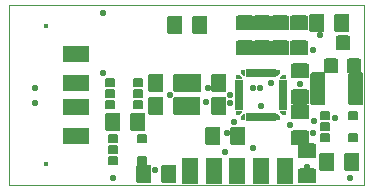
<source format=gbr>
G04 PROTEUS GERBER X2 FILE*
%TF.GenerationSoftware,Labcenter,Proteus,8.5-SP0-Build22067*%
%TF.CreationDate,2018-05-09T22:16:53+00:00*%
%TF.FileFunction,Soldermask,Top*%
%TF.FilePolarity,Negative*%
%TF.Part,Single*%
%FSLAX45Y45*%
%MOMM*%
G01*
%TA.AperFunction,Material*%
%ADD32C,0.558800*%
%AMPPAD027*
4,1,36,
-1.127000,-0.550000,
-1.127000,0.550000,
-1.124470,0.575970,
-1.117200,0.599980,
-1.105650,0.621580,
-1.090290,0.640290,
-1.071570,0.655650,
-1.049980,0.667200,
-1.025970,0.674470,
-1.000000,0.677000,
1.000000,0.677000,
1.025970,0.674470,
1.049980,0.667200,
1.071570,0.655650,
1.090290,0.640290,
1.105650,0.621580,
1.117200,0.599980,
1.124470,0.575970,
1.127000,0.550000,
1.127000,-0.550000,
1.124470,-0.575970,
1.117200,-0.599980,
1.105650,-0.621580,
1.090290,-0.640290,
1.071570,-0.655650,
1.049980,-0.667200,
1.025970,-0.674470,
1.000000,-0.677000,
-1.000000,-0.677000,
-1.025970,-0.674470,
-1.049980,-0.667200,
-1.071570,-0.655650,
-1.090290,-0.640290,
-1.105650,-0.621580,
-1.117200,-0.599980,
-1.124470,-0.575970,
-1.127000,-0.550000,
0*%
%ADD33PPAD027*%
%AMPPAD028*
4,1,48,
-0.190500,-0.038100,
-0.190500,0.038100,
-0.189730,0.053940,
-0.187470,0.069260,
-0.183780,0.084000,
-0.178740,0.098080,
-0.164880,0.123990,
-0.146440,0.146440,
-0.123990,0.164880,
-0.098080,0.178740,
-0.069260,0.187470,
-0.053940,0.189730,
-0.038100,0.190500,
0.038100,0.190500,
0.053940,0.189730,
0.069260,0.187470,
0.098080,0.178740,
0.123990,0.164880,
0.146440,0.146440,
0.164880,0.123990,
0.178740,0.098080,
0.183780,0.084000,
0.187470,0.069260,
0.189730,0.053940,
0.190500,0.038100,
0.190500,-0.038100,
0.189730,-0.053940,
0.187470,-0.069260,
0.183780,-0.084000,
0.178740,-0.098080,
0.164880,-0.123990,
0.146440,-0.146440,
0.123990,-0.164880,
0.098080,-0.178740,
0.069260,-0.187470,
0.053940,-0.189730,
0.038100,-0.190500,
-0.038100,-0.190500,
-0.053940,-0.189730,
-0.069260,-0.187470,
-0.098080,-0.178740,
-0.123990,-0.164880,
-0.146440,-0.146440,
-0.164880,-0.123990,
-0.178740,-0.098080,
-0.183780,-0.084000,
-0.187470,-0.069260,
-0.189730,-0.053940,
-0.190500,-0.038100,
0*%
%ADD34PPAD028*%
%AMPPAD029*
4,1,36,
0.444500,0.254000,
0.444500,-0.254000,
0.441970,-0.279970,
0.434700,-0.303980,
0.423150,-0.325580,
0.407790,-0.344290,
0.389070,-0.359650,
0.367480,-0.371200,
0.343470,-0.378470,
0.317500,-0.381000,
-0.317500,-0.381000,
-0.343470,-0.378470,
-0.367480,-0.371200,
-0.389070,-0.359650,
-0.407790,-0.344290,
-0.423150,-0.325580,
-0.434700,-0.303980,
-0.441970,-0.279970,
-0.444500,-0.254000,
-0.444500,0.254000,
-0.441970,0.279970,
-0.434700,0.303980,
-0.423150,0.325580,
-0.407790,0.344290,
-0.389070,0.359650,
-0.367480,0.371200,
-0.343470,0.378470,
-0.317500,0.381000,
0.317500,0.381000,
0.343470,0.378470,
0.367480,0.371200,
0.389070,0.359650,
0.407790,0.344290,
0.423150,0.325580,
0.434700,0.303980,
0.441970,0.279970,
0.444500,0.254000,
0*%
%ADD35PPAD029*%
%AMPPAD030*
4,1,36,
-0.508000,0.762000,
0.508000,0.762000,
0.533970,0.759470,
0.557980,0.752200,
0.579580,0.740650,
0.598290,0.725290,
0.613650,0.706570,
0.625200,0.684980,
0.632470,0.660970,
0.635000,0.635000,
0.635000,-0.635000,
0.632470,-0.660970,
0.625200,-0.684980,
0.613650,-0.706570,
0.598290,-0.725290,
0.579580,-0.740650,
0.557980,-0.752200,
0.533970,-0.759470,
0.508000,-0.762000,
-0.508000,-0.762000,
-0.533970,-0.759470,
-0.557980,-0.752200,
-0.579580,-0.740650,
-0.598290,-0.725290,
-0.613650,-0.706570,
-0.625200,-0.684980,
-0.632470,-0.660970,
-0.635000,-0.635000,
-0.635000,0.635000,
-0.632470,0.660970,
-0.625200,0.684980,
-0.613650,0.706570,
-0.598290,0.725290,
-0.579580,0.740650,
-0.557980,0.752200,
-0.533970,0.759470,
-0.508000,0.762000,
0*%
%ADD36PPAD030*%
%AMPPAD031*
4,1,5,
0.250000,0.150000,
0.250000,-0.150000,
-0.100000,-0.150000,
-0.250000,0.000000,
-0.250000,0.150000,
0.250000,0.150000,
0*%
%ADD37PPAD031*%
%AMPPAD032*
4,1,36,
-0.365000,-0.150000,
-0.365000,0.150000,
-0.363210,0.168400,
-0.358060,0.185420,
-0.349870,0.200720,
-0.338980,0.213980,
-0.325720,0.224870,
-0.310420,0.233060,
-0.293400,0.238210,
-0.275000,0.240000,
0.275000,0.240000,
0.293400,0.238210,
0.310420,0.233060,
0.325720,0.224870,
0.338980,0.213980,
0.349870,0.200720,
0.358060,0.185420,
0.363210,0.168400,
0.365000,0.150000,
0.365000,-0.150000,
0.363210,-0.168400,
0.358060,-0.185420,
0.349870,-0.200720,
0.338980,-0.213980,
0.325720,-0.224870,
0.310420,-0.233060,
0.293400,-0.238210,
0.275000,-0.240000,
-0.275000,-0.240000,
-0.293400,-0.238210,
-0.310420,-0.233060,
-0.325720,-0.224870,
-0.338980,-0.213980,
-0.349870,-0.200720,
-0.358060,-0.185420,
-0.363210,-0.168400,
-0.365000,-0.150000,
0*%
%ADD38PPAD032*%
%AMPPAD033*
4,1,5,
0.250000,-0.150000,
0.250000,0.150000,
-0.100000,0.150000,
-0.250000,0.000000,
-0.250000,-0.150000,
0.250000,-0.150000,
0*%
%ADD39PPAD033*%
%AMPPAD034*
4,1,5,
-0.150000,0.250000,
0.150000,0.250000,
0.150000,-0.100000,
0.000000,-0.250000,
-0.150000,-0.250000,
-0.150000,0.250000,
0*%
%ADD40PPAD034*%
%AMPPAD035*
4,1,36,
0.150000,-0.365000,
-0.150000,-0.365000,
-0.168400,-0.363210,
-0.185420,-0.358060,
-0.200720,-0.349870,
-0.213980,-0.338980,
-0.224870,-0.325720,
-0.233060,-0.310420,
-0.238210,-0.293400,
-0.240000,-0.275000,
-0.240000,0.275000,
-0.238210,0.293400,
-0.233060,0.310420,
-0.224870,0.325720,
-0.213980,0.338980,
-0.200720,0.349870,
-0.185420,0.358060,
-0.168400,0.363210,
-0.150000,0.365000,
0.150000,0.365000,
0.168400,0.363210,
0.185420,0.358060,
0.200720,0.349870,
0.213980,0.338980,
0.224870,0.325720,
0.233060,0.310420,
0.238210,0.293400,
0.240000,0.275000,
0.240000,-0.275000,
0.238210,-0.293400,
0.233060,-0.310420,
0.224870,-0.325720,
0.213980,-0.338980,
0.200720,-0.349870,
0.185420,-0.358060,
0.168400,-0.363210,
0.150000,-0.365000,
0*%
%ADD41PPAD035*%
%AMPPAD036*
4,1,5,
0.150000,0.250000,
-0.150000,0.250000,
-0.150000,-0.100000,
0.000000,-0.250000,
0.150000,-0.250000,
0.150000,0.250000,
0*%
%ADD42PPAD036*%
%AMPPAD037*
4,1,5,
-0.250000,-0.150000,
-0.250000,0.150000,
0.100000,0.150000,
0.250000,0.000000,
0.250000,-0.150000,
-0.250000,-0.150000,
0*%
%ADD43PPAD037*%
%AMPPAD038*
4,1,5,
-0.250000,0.150000,
-0.250000,-0.150000,
0.100000,-0.150000,
0.250000,0.000000,
0.250000,0.150000,
-0.250000,0.150000,
0*%
%ADD44PPAD038*%
%AMPPAD039*
4,1,5,
0.150000,-0.250000,
-0.150000,-0.250000,
-0.150000,0.100000,
0.000000,0.250000,
0.150000,0.250000,
0.150000,-0.250000,
0*%
%ADD45PPAD039*%
%AMPPAD040*
4,1,5,
-0.150000,-0.250000,
0.150000,-0.250000,
0.150000,0.100000,
0.000000,0.250000,
-0.150000,0.250000,
-0.150000,-0.250000,
0*%
%ADD46PPAD040*%
%AMPPAD041*
4,1,36,
0.444500,-0.635000,
-0.444500,-0.635000,
-0.470470,-0.632470,
-0.494480,-0.625200,
-0.516080,-0.613650,
-0.534790,-0.598290,
-0.550150,-0.579570,
-0.561700,-0.557980,
-0.568970,-0.533970,
-0.571500,-0.508000,
-0.571500,0.508000,
-0.568970,0.533970,
-0.561700,0.557980,
-0.550150,0.579570,
-0.534790,0.598290,
-0.516080,0.613650,
-0.494480,0.625200,
-0.470470,0.632470,
-0.444500,0.635000,
0.444500,0.635000,
0.470470,0.632470,
0.494480,0.625200,
0.516080,0.613650,
0.534790,0.598290,
0.550150,0.579570,
0.561700,0.557980,
0.568970,0.533970,
0.571500,0.508000,
0.571500,-0.508000,
0.568970,-0.533970,
0.561700,-0.557980,
0.550150,-0.579570,
0.534790,-0.598290,
0.516080,-0.613650,
0.494480,-0.625200,
0.470470,-0.632470,
0.444500,-0.635000,
0*%
%ADD47PPAD041*%
%AMPPAD042*
4,1,36,
0.508000,-1.397000,
-0.508000,-1.397000,
-0.533970,-1.394470,
-0.557980,-1.387200,
-0.579580,-1.375650,
-0.598290,-1.360290,
-0.613650,-1.341570,
-0.625200,-1.319980,
-0.632470,-1.295970,
-0.635000,-1.270000,
-0.635000,1.270000,
-0.632470,1.295970,
-0.625200,1.319980,
-0.613650,1.341570,
-0.598290,1.360290,
-0.579580,1.375650,
-0.557980,1.387200,
-0.533970,1.394470,
-0.508000,1.397000,
0.508000,1.397000,
0.533970,1.394470,
0.557980,1.387200,
0.579580,1.375650,
0.598290,1.360290,
0.613650,1.341570,
0.625200,1.319980,
0.632470,1.295970,
0.635000,1.270000,
0.635000,-1.270000,
0.632470,-1.295970,
0.625200,-1.319980,
0.613650,-1.341570,
0.598290,-1.360290,
0.579580,-1.375650,
0.557980,-1.387200,
0.533970,-1.394470,
0.508000,-1.397000,
0*%
%ADD48PPAD042*%
%AMPPAD043*
4,1,36,
0.762000,0.508000,
0.762000,-0.508000,
0.759470,-0.533970,
0.752200,-0.557980,
0.740650,-0.579580,
0.725290,-0.598290,
0.706570,-0.613650,
0.684980,-0.625200,
0.660970,-0.632470,
0.635000,-0.635000,
-0.635000,-0.635000,
-0.660970,-0.632470,
-0.684980,-0.625200,
-0.706570,-0.613650,
-0.725290,-0.598290,
-0.740650,-0.579580,
-0.752200,-0.557980,
-0.759470,-0.533970,
-0.762000,-0.508000,
-0.762000,0.508000,
-0.759470,0.533970,
-0.752200,0.557980,
-0.740650,0.579580,
-0.725290,0.598290,
-0.706570,0.613650,
-0.684980,0.625200,
-0.660970,0.632470,
-0.635000,0.635000,
0.635000,0.635000,
0.660970,0.632470,
0.684980,0.625200,
0.706570,0.613650,
0.725290,0.598290,
0.740650,0.579580,
0.752200,0.557980,
0.759470,0.533970,
0.762000,0.508000,
0*%
%ADD49PPAD043*%
%AMPPAD044*
4,1,36,
-0.550000,1.127000,
0.550000,1.127000,
0.575970,1.124470,
0.599980,1.117200,
0.621580,1.105650,
0.640290,1.090290,
0.655650,1.071570,
0.667200,1.049980,
0.674470,1.025970,
0.677000,1.000000,
0.677000,-1.000000,
0.674470,-1.025970,
0.667200,-1.049980,
0.655650,-1.071570,
0.640290,-1.090290,
0.621580,-1.105650,
0.599980,-1.117200,
0.575970,-1.124470,
0.550000,-1.127000,
-0.550000,-1.127000,
-0.575970,-1.124470,
-0.599980,-1.117200,
-0.621580,-1.105650,
-0.640290,-1.090290,
-0.655650,-1.071570,
-0.667200,-1.049980,
-0.674470,-1.025970,
-0.677000,-1.000000,
-0.677000,1.000000,
-0.674470,1.025970,
-0.667200,1.049980,
-0.655650,1.071570,
-0.640290,1.090290,
-0.621580,1.105650,
-0.599980,1.117200,
-0.575970,1.124470,
-0.550000,1.127000,
0*%
%ADD50PPAD044*%
%TA.AperFunction,Profile*%
%ADD28C,0.101600*%
D32*
X+1143000Y+508000D03*
X+1079500Y-317500D03*
X-1270000Y-63500D03*
X-1270000Y+63500D03*
X+1079500Y+381000D03*
X-127000Y+0D03*
X+889000Y-254000D03*
X+1270000Y-190500D03*
X-698500Y+190500D03*
X+571500Y+63500D03*
X+190500Y+63500D03*
X+1397000Y-698500D03*
X+970000Y+90000D03*
X+1087603Y-221187D03*
X+571500Y-444500D03*
X+410000Y-230000D03*
X-610000Y-698500D03*
X-698500Y+698500D03*
X+725500Y+100000D03*
X+1030000Y-610000D03*
X+635000Y+63500D03*
X+170000Y-60000D03*
X+381000Y-63500D03*
X+637672Y-88442D03*
X+335655Y-483779D03*
X+381000Y+0D03*
X+352140Y-317500D03*
X-254000Y-635000D03*
D33*
X-930000Y-350000D03*
X-930000Y-100000D03*
X-930000Y+100000D03*
X-930000Y+350000D03*
D34*
X-1180000Y-585000D03*
X-1180000Y+585000D03*
D35*
X-640000Y+103980D03*
X-640000Y+10000D03*
X-640000Y-86520D03*
X-401240Y-86520D03*
X-401240Y+7460D03*
X-401240Y+103980D03*
D36*
X-250000Y+100000D03*
X-36640Y+100000D03*
X-250000Y-90000D03*
X-36640Y-90000D03*
X+66640Y-90000D03*
X+280000Y-90000D03*
X+70000Y+100000D03*
X+283360Y+100000D03*
D37*
X+825000Y-150000D03*
D38*
X+825000Y-100000D03*
X+825000Y-50000D03*
X+825000Y+0D03*
X+825000Y+50000D03*
X+825000Y+100000D03*
D39*
X+825000Y+150000D03*
D40*
X+787500Y+187500D03*
D41*
X+737500Y+187500D03*
X+687500Y+187500D03*
X+637500Y+187500D03*
X+587500Y+187500D03*
X+537500Y+187500D03*
D42*
X+487500Y+187500D03*
D43*
X+450000Y+150000D03*
D38*
X+450000Y+100000D03*
X+450000Y+50000D03*
X+450000Y+0D03*
X+450000Y-50000D03*
X+450000Y-100000D03*
D44*
X+450000Y-150000D03*
D45*
X+487500Y-187500D03*
D41*
X+537500Y-187500D03*
X+587500Y-187500D03*
X+637500Y-187500D03*
X+687500Y-187500D03*
X+737500Y-187500D03*
D46*
X+787500Y-187500D03*
D36*
X-400000Y-230000D03*
X-613360Y-230000D03*
D35*
X-610000Y-370000D03*
X-610000Y-463980D03*
X-610000Y-560500D03*
X-371240Y-560500D03*
X-371240Y-370000D03*
D36*
X-350000Y-670000D03*
X-136640Y-670000D03*
X+1413360Y-570000D03*
X+1200000Y-570000D03*
D35*
X+1178080Y-173480D03*
X+1178080Y-267460D03*
X+1178080Y-363980D03*
X+1416840Y-363980D03*
X+1416840Y-173480D03*
D47*
X+1330000Y+440000D03*
X+1236020Y+249500D03*
X+1423980Y+249500D03*
D48*
X+1440000Y+50000D03*
X+1125040Y+50000D03*
D49*
X+970000Y+200000D03*
X+970000Y-13360D03*
D36*
X+1323360Y+610000D03*
X+1110000Y+610000D03*
D49*
X+960000Y+613360D03*
X+960000Y+400000D03*
X+800000Y+613360D03*
X+800000Y+400000D03*
D36*
X+444500Y-350000D03*
X+231140Y-350000D03*
D49*
X+650000Y+610000D03*
X+650000Y+396640D03*
X+500000Y+400000D03*
X+500000Y+613360D03*
D36*
X-90000Y+590000D03*
X+123360Y+590000D03*
D49*
X+1030000Y-683360D03*
X+1030000Y-470000D03*
X+970000Y-146640D03*
X+970000Y-360000D03*
D50*
X+40000Y-640000D03*
X+40000Y-640000D03*
X+240000Y-640000D03*
X+440000Y-640000D03*
X+640000Y-640000D03*
X+840000Y-640000D03*
D28*
X-1490000Y-760000D02*
X+1510000Y-760000D01*
X+1510000Y+760000D01*
X-1490000Y+760000D01*
X-1490000Y-760000D01*
M02*

</source>
